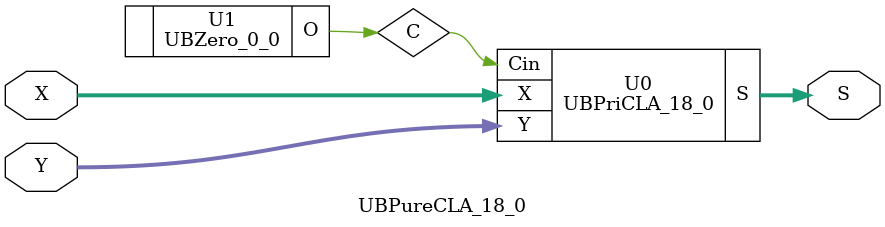
<source format=v>
/*----------------------------------------------------------------------------
  Copyright (c) 2021 Homma laboratory. All rights reserved.

  Top module: UBCLA_18_0_18_0

  Operand-1 length: 19
  Operand-2 length: 19
  Two-operand addition algorithm: Carry look-ahead adder
----------------------------------------------------------------------------*/

module GPGenerator(Go, Po, A, B);
  output Go;
  output Po;
  input A;
  input B;
  assign Go = A & B;
  assign Po = A ^ B;
endmodule

module CLAUnit_19(C, G, P, Cin);
  output [19:1] C;
  input Cin;
  input [18:0] G;
  input [18:0] P;
  assign C[1] = G[0] | ( P[0] & Cin );
  assign C[2] = G[1] | ( P[1] & G[0] ) | ( P[1] & P[0] & Cin );
  assign C[3] = G[2] | ( P[2] & G[1] ) | ( P[2] & P[1] & G[0] ) | ( P[2] & P[1] & P[0] & Cin );
  assign C[4] = G[3] | ( P[3] & G[2] ) | ( P[3] & P[2] & G[1] ) | ( P[3] & P[2] & P[1] & G[0] ) | ( P[3] & P[2] & P[1] & P[0] & Cin );
  assign C[5] = G[4] | ( P[4] & G[3] ) | ( P[4] & P[3] & G[2] ) | ( P[4] & P[3] & P[2] & G[1] ) | ( P[4] & P[3] & P[2] & P[1] & G[0] ) | ( P[4] & P[3] & P[2] & P[1] & P[0] & Cin );
  assign C[6] = G[5] | ( P[5] & G[4] ) | ( P[5] & P[4] & G[3] ) | ( P[5] & P[4] & P[3] & G[2] ) | ( P[5] & P[4] & P[3] & P[2] & G[1] ) | ( P[5] & P[4] & P[3] & P[2] & P[1] & G[0] ) | ( P[5] & P[4] & P[3]
 & P[2] & P[1] & P[0] & Cin );
  assign C[7] = G[6] | ( P[6] & G[5] ) | ( P[6] & P[5] & G[4] ) | ( P[6] & P[5] & P[4] & G[3] ) | ( P[6] & P[5] & P[4] & P[3] & G[2] ) | ( P[6] & P[5] & P[4] & P[3] & P[2] & G[1] ) | ( P[6] & P[5] & P[4]
 & P[3] & P[2] & P[1] & G[0] ) | ( P[6] & P[5] & P[4] & P[3] & P[2] & P[1] & P[0] & Cin );
  assign C[8] = G[7] | ( P[7] & G[6] ) | ( P[7] & P[6] & G[5] ) | ( P[7] & P[6] & P[5] & G[4] ) | ( P[7] & P[6] & P[5] & P[4] & G[3] ) | ( P[7] & P[6] & P[5] & P[4] & P[3] & G[2] ) | ( P[7] & P[6] & P[5]
 & P[4] & P[3] & P[2] & G[1] ) | ( P[7] & P[6] & P[5] & P[4] & P[3] & P[2] & P[1] & G[0] ) | ( P[7] & P[6] & P[5] & P[4] & P[3] & P[2] & P[1] & P[0] & Cin );
  assign C[9] = G[8] | ( P[8] & G[7] ) | ( P[8] & P[7] & G[6] ) | ( P[8] & P[7] & P[6] & G[5] ) | ( P[8] & P[7] & P[6] & P[5] & G[4] ) | ( P[8] & P[7] & P[6] & P[5] & P[4] & G[3] ) | ( P[8] & P[7] & P[6]
 & P[5] & P[4] & P[3] & G[2] ) | ( P[8] & P[7] & P[6] & P[5] & P[4] & P[3] & P[2] & G[1] ) | ( P[8] & P[7] & P[6] & P[5] & P[4] & P[3] & P[2] & P[1] & G[0] ) | ( P[8] & P[7] & P[6] & P[5] & P[4] & P[3]
 & P[2] & P[1] & P[0] & Cin );
  assign C[10] = G[9] | ( P[9] & G[8] ) | ( P[9] & P[8] & G[7] ) | ( P[9] & P[8] & P[7] & G[6] ) | ( P[9] & P[8] & P[7] & P[6] & G[5] ) | ( P[9] & P[8] & P[7] & P[6] & P[5] & G[4] ) | ( P[9] & P[8] & P[7]
 & P[6] & P[5] & P[4] & G[3] ) | ( P[9] & P[8] & P[7] & P[6] & P[5] & P[4] & P[3] & G[2] ) | ( P[9] & P[8] & P[7] & P[6] & P[5] & P[4] & P[3] & P[2] & G[1] ) | ( P[9] & P[8] & P[7] & P[6] & P[5] & P[4]
 & P[3] & P[2] & P[1] & G[0] ) | ( P[9] & P[8] & P[7] & P[6] & P[5] & P[4] & P[3] & P[2] & P[1] & P[0] & Cin );
  assign C[11] = G[10] | ( P[10] & G[9] ) | ( P[10] & P[9] & G[8] ) | ( P[10] & P[9] & P[8] & G[7] ) | ( P[10] & P[9] & P[8] & P[7] & G[6] ) | ( P[10] & P[9] & P[8] & P[7] & P[6] & G[5] ) | ( P[10] & P[9]
 & P[8] & P[7] & P[6] & P[5] & G[4] ) | ( P[10] & P[9] & P[8] & P[7] & P[6] & P[5] & P[4] & G[3] ) | ( P[10] & P[9] & P[8] & P[7] & P[6] & P[5] & P[4] & P[3] & G[2] ) | ( P[10] & P[9] & P[8] & P[7] & P[6]
 & P[5] & P[4] & P[3] & P[2] & G[1] ) | ( P[10] & P[9] & P[8] & P[7] & P[6] & P[5] & P[4] & P[3] & P[2] & P[1] & G[0] ) | ( P[10] & P[9] & P[8] & P[7] & P[6] & P[5] & P[4] & P[3] & P[2] & P[1] & P[0] &
 Cin );
  assign C[12] = G[11] | ( P[11] & G[10] ) | ( P[11] & P[10] & G[9] ) | ( P[11] & P[10] & P[9] & G[8] ) | ( P[11] & P[10] & P[9] & P[8] & G[7] ) | ( P[11] & P[10] & P[9] & P[8] & P[7] & G[6] ) | ( P[11]
 & P[10] & P[9] & P[8] & P[7] & P[6] & G[5] ) | ( P[11] & P[10] & P[9] & P[8] & P[7] & P[6] & P[5] & G[4] ) | ( P[11] & P[10] & P[9] & P[8] & P[7] & P[6] & P[5] & P[4] & G[3] ) | ( P[11] & P[10] & P[9]
 & P[8] & P[7] & P[6] & P[5] & P[4] & P[3] & G[2] ) | ( P[11] & P[10] & P[9] & P[8] & P[7] & P[6] & P[5] & P[4] & P[3] & P[2] & G[1] ) | ( P[11] & P[10] & P[9] & P[8] & P[7] & P[6] & P[5] & P[4] & P[3]
 & P[2] & P[1] & G[0] ) | ( P[11] & P[10] & P[9] & P[8] & P[7] & P[6] & P[5] & P[4] & P[3] & P[2] & P[1] & P[0] & Cin );
  assign C[13] = G[12] | ( P[12] & G[11] ) | ( P[12] & P[11] & G[10] ) | ( P[12] & P[11] & P[10] & G[9] ) | ( P[12] & P[11] & P[10] & P[9] & G[8] ) | ( P[12] & P[11] & P[10] & P[9] & P[8] & G[7] ) | ( P[12]
 & P[11] & P[10] & P[9] & P[8] & P[7] & G[6] ) | ( P[12] & P[11] & P[10] & P[9] & P[8] & P[7] & P[6] & G[5] ) | ( P[12] & P[11] & P[10] & P[9] & P[8] & P[7] & P[6] & P[5] & G[4] ) | ( P[12] & P[11] & P[10]
 & P[9] & P[8] & P[7] & P[6] & P[5] & P[4] & G[3] ) | ( P[12] & P[11] & P[10] & P[9] & P[8] & P[7] & P[6] & P[5] & P[4] & P[3] & G[2] ) | ( P[12] & P[11] & P[10] & P[9] & P[8] & P[7] & P[6] & P[5] & P[4]
 & P[3] & P[2] & G[1] ) | ( P[12] & P[11] & P[10] & P[9] & P[8] & P[7] & P[6] & P[5] & P[4] & P[3] & P[2] & P[1] & G[0] ) | ( P[12] & P[11] & P[10] & P[9] & P[8] & P[7] & P[6] & P[5] & P[4] & P[3] & P[2]
 & P[1] & P[0] & Cin );
  assign C[14] = G[13] | ( P[13] & G[12] ) | ( P[13] & P[12] & G[11] ) | ( P[13] & P[12] & P[11] & G[10] ) | ( P[13] & P[12] & P[11] & P[10] & G[9] ) | ( P[13] & P[12] & P[11] & P[10] & P[9] & G[8] ) |
 ( P[13] & P[12] & P[11] & P[10] & P[9] & P[8] & G[7] ) | ( P[13] & P[12] & P[11] & P[10] & P[9] & P[8] & P[7] & G[6] ) | ( P[13] & P[12] & P[11] & P[10] & P[9] & P[8] & P[7] & P[6] & G[5] ) | ( P[13] &
 P[12] & P[11] & P[10] & P[9] & P[8] & P[7] & P[6] & P[5] & G[4] ) | ( P[13] & P[12] & P[11] & P[10] & P[9] & P[8] & P[7] & P[6] & P[5] & P[4] & G[3] ) | ( P[13] & P[12] & P[11] & P[10] & P[9] & P[8] &
 P[7] & P[6] & P[5] & P[4] & P[3] & G[2] ) | ( P[13] & P[12] & P[11] & P[10] & P[9] & P[8] & P[7] & P[6] & P[5] & P[4] & P[3] & P[2] & G[1] ) | ( P[13] & P[12] & P[11] & P[10] & P[9] & P[8] & P[7] & P[6]
 & P[5] & P[4] & P[3] & P[2] & P[1] & G[0] ) | ( P[13] & P[12] & P[11] & P[10] & P[9] & P[8] & P[7] & P[6] & P[5] & P[4] & P[3] & P[2] & P[1] & P[0] & Cin );
  assign C[15] = G[14] | ( P[14] & G[13] ) | ( P[14] & P[13] & G[12] ) | ( P[14] & P[13] & P[12] & G[11] ) | ( P[14] & P[13] & P[12] & P[11] & G[10] ) | ( P[14] & P[13] & P[12] & P[11] & P[10] & G[9] )
 | ( P[14] & P[13] & P[12] & P[11] & P[10] & P[9] & G[8] ) | ( P[14] & P[13] & P[12] & P[11] & P[10] & P[9] & P[8] & G[7] ) | ( P[14] & P[13] & P[12] & P[11] & P[10] & P[9] & P[8] & P[7] & G[6] ) | ( P[14]
 & P[13] & P[12] & P[11] & P[10] & P[9] & P[8] & P[7] & P[6] & G[5] ) | ( P[14] & P[13] & P[12] & P[11] & P[10] & P[9] & P[8] & P[7] & P[6] & P[5] & G[4] ) | ( P[14] & P[13] & P[12] & P[11] & P[10] & P[9]
 & P[8] & P[7] & P[6] & P[5] & P[4] & G[3] ) | ( P[14] & P[13] & P[12] & P[11] & P[10] & P[9] & P[8] & P[7] & P[6] & P[5] & P[4] & P[3] & G[2] ) | ( P[14] & P[13] & P[12] & P[11] & P[10] & P[9] & P[8] &
 P[7] & P[6] & P[5] & P[4] & P[3] & P[2] & G[1] ) | ( P[14] & P[13] & P[12] & P[11] & P[10] & P[9] & P[8] & P[7] & P[6] & P[5] & P[4] & P[3] & P[2] & P[1] & G[0] ) | ( P[14] & P[13] & P[12] & P[11] & P[10]
 & P[9] & P[8] & P[7] & P[6] & P[5] & P[4] & P[3] & P[2] & P[1] & P[0] & Cin );
  assign C[16] = G[15] | ( P[15] & G[14] ) | ( P[15] & P[14] & G[13] ) | ( P[15] & P[14] & P[13] & G[12] ) | ( P[15] & P[14] & P[13] & P[12] & G[11] ) | ( P[15] & P[14] & P[13] & P[12] & P[11] & G[10] )
 | ( P[15] & P[14] & P[13] & P[12] & P[11] & P[10] & G[9] ) | ( P[15] & P[14] & P[13] & P[12] & P[11] & P[10] & P[9] & G[8] ) | ( P[15] & P[14] & P[13] & P[12] & P[11] & P[10] & P[9] & P[8] & G[7] ) | (
 P[15] & P[14] & P[13] & P[12] & P[11] & P[10] & P[9] & P[8] & P[7] & G[6] ) | ( P[15] & P[14] & P[13] & P[12] & P[11] & P[10] & P[9] & P[8] & P[7] & P[6] & G[5] ) | ( P[15] & P[14] & P[13] & P[12] & P[11]
 & P[10] & P[9] & P[8] & P[7] & P[6] & P[5] & G[4] ) | ( P[15] & P[14] & P[13] & P[12] & P[11] & P[10] & P[9] & P[8] & P[7] & P[6] & P[5] & P[4] & G[3] ) | ( P[15] & P[14] & P[13] & P[12] & P[11] & P[10]
 & P[9] & P[8] & P[7] & P[6] & P[5] & P[4] & P[3] & G[2] ) | ( P[15] & P[14] & P[13] & P[12] & P[11] & P[10] & P[9] & P[8] & P[7] & P[6] & P[5] & P[4] & P[3] & P[2] & G[1] ) | ( P[15] & P[14] & P[13] &
 P[12] & P[11] & P[10] & P[9] & P[8] & P[7] & P[6] & P[5] & P[4] & P[3] & P[2] & P[1] & G[0] ) | ( P[15] & P[14] & P[13] & P[12] & P[11] & P[10] & P[9] & P[8] & P[7] & P[6] & P[5] & P[4] & P[3] & P[2] &
 P[1] & P[0] & Cin );
  assign C[17] = G[16] | ( P[16] & G[15] ) | ( P[16] & P[15] & G[14] ) | ( P[16] & P[15] & P[14] & G[13] ) | ( P[16] & P[15] & P[14] & P[13] & G[12] ) | ( P[16] & P[15] & P[14] & P[13] & P[12] & G[11] )
 | ( P[16] & P[15] & P[14] & P[13] & P[12] & P[11] & G[10] ) | ( P[16] & P[15] & P[14] & P[13] & P[12] & P[11] & P[10] & G[9] ) | ( P[16] & P[15] & P[14] & P[13] & P[12] & P[11] & P[10] & P[9] & G[8] )
 | ( P[16] & P[15] & P[14] & P[13] & P[12] & P[11] & P[10] & P[9] & P[8] & G[7] ) | ( P[16] & P[15] & P[14] & P[13] & P[12] & P[11] & P[10] & P[9] & P[8] & P[7] & G[6] ) | ( P[16] & P[15] & P[14] & P[13]
 & P[12] & P[11] & P[10] & P[9] & P[8] & P[7] & P[6] & G[5] ) | ( P[16] & P[15] & P[14] & P[13] & P[12] & P[11] & P[10] & P[9] & P[8] & P[7] & P[6] & P[5] & G[4] ) | ( P[16] & P[15] & P[14] & P[13] & P[12]
 & P[11] & P[10] & P[9] & P[8] & P[7] & P[6] & P[5] & P[4] & G[3] ) | ( P[16] & P[15] & P[14] & P[13] & P[12] & P[11] & P[10] & P[9] & P[8] & P[7] & P[6] & P[5] & P[4] & P[3] & G[2] ) | ( P[16] & P[15]
 & P[14] & P[13] & P[12] & P[11] & P[10] & P[9] & P[8] & P[7] & P[6] & P[5] & P[4] & P[3] & P[2] & G[1] ) | ( P[16] & P[15] & P[14] & P[13] & P[12] & P[11] & P[10] & P[9] & P[8] & P[7] & P[6] & P[5] & P[4]
 & P[3] & P[2] & P[1] & G[0] ) | ( P[16] & P[15] & P[14] & P[13] & P[12] & P[11] & P[10] & P[9] & P[8] & P[7] & P[6] & P[5] & P[4] & P[3] & P[2] & P[1] & P[0] & Cin );
  assign C[18] = G[17] | ( P[17] & G[16] ) | ( P[17] & P[16] & G[15] ) | ( P[17] & P[16] & P[15] & G[14] ) | ( P[17] & P[16] & P[15] & P[14] & G[13] ) | ( P[17] & P[16] & P[15] & P[14] & P[13] & G[12] )
 | ( P[17] & P[16] & P[15] & P[14] & P[13] & P[12] & G[11] ) | ( P[17] & P[16] & P[15] & P[14] & P[13] & P[12] & P[11] & G[10] ) | ( P[17] & P[16] & P[15] & P[14] & P[13] & P[12] & P[11] & P[10] & G[9]
 ) | ( P[17] & P[16] & P[15] & P[14] & P[13] & P[12] & P[11] & P[10] & P[9] & G[8] ) | ( P[17] & P[16] & P[15] & P[14] & P[13] & P[12] & P[11] & P[10] & P[9] & P[8] & G[7] ) | ( P[17] & P[16] & P[15] &
 P[14] & P[13] & P[12] & P[11] & P[10] & P[9] & P[8] & P[7] & G[6] ) | ( P[17] & P[16] & P[15] & P[14] & P[13] & P[12] & P[11] & P[10] & P[9] & P[8] & P[7] & P[6] & G[5] ) | ( P[17] & P[16] & P[15] & P[14]
 & P[13] & P[12] & P[11] & P[10] & P[9] & P[8] & P[7] & P[6] & P[5] & G[4] ) | ( P[17] & P[16] & P[15] & P[14] & P[13] & P[12] & P[11] & P[10] & P[9] & P[8] & P[7] & P[6] & P[5] & P[4] & G[3] ) | ( P[17]
 & P[16] & P[15] & P[14] & P[13] & P[12] & P[11] & P[10] & P[9] & P[8] & P[7] & P[6] & P[5] & P[4] & P[3] & G[2] ) | ( P[17] & P[16] & P[15] & P[14] & P[13] & P[12] & P[11] & P[10] & P[9] & P[8] & P[7]
 & P[6] & P[5] & P[4] & P[3] & P[2] & G[1] ) | ( P[17] & P[16] & P[15] & P[14] & P[13] & P[12] & P[11] & P[10] & P[9] & P[8] & P[7] & P[6] & P[5] & P[4] & P[3] & P[2] & P[1] & G[0] ) | ( P[17] & P[16] &
 P[15] & P[14] & P[13] & P[12] & P[11] & P[10] & P[9] & P[8] & P[7] & P[6] & P[5] & P[4] & P[3] & P[2] & P[1] & P[0] & Cin );
  assign C[19] = G[18] | ( P[18] & G[17] ) | ( P[18] & P[17] & G[16] ) | ( P[18] & P[17] & P[16] & G[15] ) | ( P[18] & P[17] & P[16] & P[15] & G[14] ) | ( P[18] & P[17] & P[16] & P[15] & P[14] & G[13] )
 | ( P[18] & P[17] & P[16] & P[15] & P[14] & P[13] & G[12] ) | ( P[18] & P[17] & P[16] & P[15] & P[14] & P[13] & P[12] & G[11] ) | ( P[18] & P[17] & P[16] & P[15] & P[14] & P[13] & P[12] & P[11] & G[10]
 ) | ( P[18] & P[17] & P[16] & P[15] & P[14] & P[13] & P[12] & P[11] & P[10] & G[9] ) | ( P[18] & P[17] & P[16] & P[15] & P[14] & P[13] & P[12] & P[11] & P[10] & P[9] & G[8] ) | ( P[18] & P[17] & P[16]
 & P[15] & P[14] & P[13] & P[12] & P[11] & P[10] & P[9] & P[8] & G[7] ) | ( P[18] & P[17] & P[16] & P[15] & P[14] & P[13] & P[12] & P[11] & P[10] & P[9] & P[8] & P[7] & G[6] ) | ( P[18] & P[17] & P[16]
 & P[15] & P[14] & P[13] & P[12] & P[11] & P[10] & P[9] & P[8] & P[7] & P[6] & G[5] ) | ( P[18] & P[17] & P[16] & P[15] & P[14] & P[13] & P[12] & P[11] & P[10] & P[9] & P[8] & P[7] & P[6] & P[5] & G[4]
 ) | ( P[18] & P[17] & P[16] & P[15] & P[14] & P[13] & P[12] & P[11] & P[10] & P[9] & P[8] & P[7] & P[6] & P[5] & P[4] & G[3] ) | ( P[18] & P[17] & P[16] & P[15] & P[14] & P[13] & P[12] & P[11] & P[10]
 & P[9] & P[8] & P[7] & P[6] & P[5] & P[4] & P[3] & G[2] ) | ( P[18] & P[17] & P[16] & P[15] & P[14] & P[13] & P[12] & P[11] & P[10] & P[9] & P[8] & P[7] & P[6] & P[5] & P[4] & P[3] & P[2] & G[1] ) | (
 P[18] & P[17] & P[16] & P[15] & P[14] & P[13] & P[12] & P[11] & P[10] & P[9] & P[8] & P[7] & P[6] & P[5] & P[4] & P[3] & P[2] & P[1] & G[0] ) | ( P[18] & P[17] & P[16] & P[15] & P[14] & P[13] & P[12] &
 P[11] & P[10] & P[9] & P[8] & P[7] & P[6] & P[5] & P[4] & P[3] & P[2] & P[1] & P[0] & Cin );
endmodule

module UBPriCLA_18_0(S, X, Y, Cin);
  output [19:0] S;
  input Cin;
  input [18:0] X;
  input [18:0] Y;
  wire [19:1] C;
  wire [18:0] G;
  wire [18:0] P;
  assign S[0] = Cin ^ P[0];
  assign S[1] = C[1] ^ P[1];
  assign S[2] = C[2] ^ P[2];
  assign S[3] = C[3] ^ P[3];
  assign S[4] = C[4] ^ P[4];
  assign S[5] = C[5] ^ P[5];
  assign S[6] = C[6] ^ P[6];
  assign S[7] = C[7] ^ P[7];
  assign S[8] = C[8] ^ P[8];
  assign S[9] = C[9] ^ P[9];
  assign S[10] = C[10] ^ P[10];
  assign S[11] = C[11] ^ P[11];
  assign S[12] = C[12] ^ P[12];
  assign S[13] = C[13] ^ P[13];
  assign S[14] = C[14] ^ P[14];
  assign S[15] = C[15] ^ P[15];
  assign S[16] = C[16] ^ P[16];
  assign S[17] = C[17] ^ P[17];
  assign S[18] = C[18] ^ P[18];
  assign S[19] = C[19];
  GPGenerator U0 (G[0], P[0], X[0], Y[0]);
  GPGenerator U1 (G[1], P[1], X[1], Y[1]);
  GPGenerator U2 (G[2], P[2], X[2], Y[2]);
  GPGenerator U3 (G[3], P[3], X[3], Y[3]);
  GPGenerator U4 (G[4], P[4], X[4], Y[4]);
  GPGenerator U5 (G[5], P[5], X[5], Y[5]);
  GPGenerator U6 (G[6], P[6], X[6], Y[6]);
  GPGenerator U7 (G[7], P[7], X[7], Y[7]);
  GPGenerator U8 (G[8], P[8], X[8], Y[8]);
  GPGenerator U9 (G[9], P[9], X[9], Y[9]);
  GPGenerator U10 (G[10], P[10], X[10], Y[10]);
  GPGenerator U11 (G[11], P[11], X[11], Y[11]);
  GPGenerator U12 (G[12], P[12], X[12], Y[12]);
  GPGenerator U13 (G[13], P[13], X[13], Y[13]);
  GPGenerator U14 (G[14], P[14], X[14], Y[14]);
  GPGenerator U15 (G[15], P[15], X[15], Y[15]);
  GPGenerator U16 (G[16], P[16], X[16], Y[16]);
  GPGenerator U17 (G[17], P[17], X[17], Y[17]);
  GPGenerator U18 (G[18], P[18], X[18], Y[18]);
  CLAUnit_19 U19 (C, G, P, Cin);
endmodule

module UBZero_0_0(O);
  output [0:0] O;
  assign O[0] = 0;
endmodule

module UBCLA_18_0_18_0 (S, X, Y);
  output [19:0] S;
  input [18:0] X;
  input [18:0] Y;
  UBPureCLA_18_0 U0 (S[19:0], X[18:0], Y[18:0]);
endmodule

module UBPureCLA_18_0 (S, X, Y);
  output [19:0] S;
  input [18:0] X;
  input [18:0] Y;
  wire C;
  UBPriCLA_18_0 U0 (S, X, Y, C);
  UBZero_0_0 U1 (C);
endmodule


</source>
